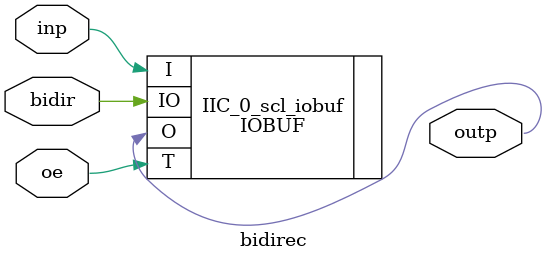
<source format=v>
/**
 * nexys7fpga.v - Implements the top level module for the ECE 544 Getting Started project
 *
 * @author		Roy Kravitz (roy.kravitz@pdx.edu)
 * @date		14-December 2022
 *
 * This is the top-level model for the ECE 544 Getting Started project.  It can be used as a model
 * for creating top-level models for other ECE 544 projects and your own design project.
 *
 * Instantiates the embedded system and connects the ports from the embedded system to ports/pins on the NexysA7 (or
 * Nexys4 DDR board).  Routes GPIO4 to the Control Register for the 3-channel rgb PWM generator.  Also brings the
 * PWM clock and PWM outputs from the PWM generator to JA (one of the Pmod headers on the NexysA7 board). 
 */
`timescale 1 ps / 1 ps

module nexysa7fpga
(
    sw,
    btnC,
    btnU,
    btnR,
    btnL,
    btnD,
    btnCpuReset,
    led,
    RGB1_Blue,
    RGB1_Green,
    RGB1_Red,
    RGB2_Blue,
    RGB2_Green,
    RGB2_Red,
    clk,
    seg,
    an,
    dp,
//    JC_0,
//    JC_1,
    usb_uart_rxd,
    usb_uart_txd,
   sclk_io,
   sda_io
 );
  inout sclk_io;
  inout sda_io;
  input [15:0] sw;
  input btnC, btnU, btnR, btnL, btnD;
  input btnCpuReset;
  output [15:0]led;
  output RGB1_Blue;
  output RGB1_Green;
  output RGB1_Red;
  output RGB2_Blue;
  output RGB2_Green;
  output RGB2_Red;
  input clk; 
  output [6:0] seg;
  output [7:0] an;
  output dp;
//  inout  JC_0;
//  inout JC_1;
  input usb_uart_rxd;
  output usb_uart_txd;
  wire [15:0] sw;
  wire [4:0]  push_buttons_5bits_tri_i;     // {btnD, btnR, btnL, btnU, btnC}
  wire [15:0] led;
  wire btnCpuReset;
  wire RGB1_Blue;
  wire RGB1_Green;
  wire RGB1_Red;
  wire RGB2_Blue;
  wire RGB2_Green;
  wire RGB2_Red;
  wire [7:0]an;
  wire btnC;
  wire btnD;
  wire btnL;
  wire btnR;
  wire btnU;
  wire clkPWM;
  wire dp;
  wire clk;
  wire sda_io;
  wire sda_i;
  wire sda_o;
  wire sda_t;
  wire sclk_io;
  wire sclk_i;
  wire sclk_o;
  wire sclk_t;
  wire IIC_0_scl_i;
  wire IIC_0_scl_io;
  wire IIC_0_scl_o;
  wire IIC_0_scl_t;
  wire IIC_0_sda_i;
  wire IIC_0_sda_io;
  wire IIC_0_sda_o;
  wire IIC_0_sda_t;
  wire  JC_0;
  wire JC_1;
 /*
  IOBUF #(
   .DRIVE(16), // Specify the output drive strength
   .IOSTANDARD("LVCMOS33")
 
)IIC_0_scl_iobuf
       (.I(IIC_0_scl_o),
        .IO(sclk_io),
        .O(IIC_0_scl_i),
        .T(IIC_0_scl_t));
  IOBUF #(
   .DRIVE(16), // Specify the output drive strength
    .IOSTANDARD("LVCMOS33")
)IIC_0_sda_iobuf
       (.I(IIC_0_sda_o),
        .IO(sda_io),
        .O(IIC_0_sda_i),
        .T(IIC_0_sda_t)); 
       */
       
        /*
bidirec iic_scl  (.oe(IIC_0_scl_t ), .inp(IIC_0_scl_o ), .outp(IIC_0_scl_i ), .bidir(sclk_io ));
bidirec iic_sda  (.oe(IIC_0_sda_t ), .inp(IIC_0_sda_o ), .outp(IIC_0_sda_i ), .bidir(sda_io ));
   */
   // instantiate the embedded system  
   inclinometer embsys_i
    (
        .RGB2_Blue(RGB2_Blue),
        .RGB2_Green(RGB2_Green),
        .RGB2_Red(RGB2_Red),
        .RGB1_Blue(RGB1_Blue),
        .RGB1_Green(RGB1_Green),
        .RGB1_Red(RGB1_Red),
        .seg(seg),
        .an(an),
        .btnC(btnC),
        .btnD(btnD),
        .btnL(btnL),
        .btnR(btnR),
        .btnU(btnU),
        .dp_0(dp),/*
        .IIC_0_scl_i(IIC_0_scl_i),
        .IIC_0_scl_o(IIC_0_scl_o),
        .IIC_0_scl_t(IIC_0_scl_t),
        .IIC_0_sda_i(IIC_0_sda_i),
        .IIC_0_sda_o(IIC_0_sda_o),
        .IIC_0_sda_t(IIC_0_sda_t),
        .JC_0(JC_0),
        .JC_1(JC_1),*/
        .sda_io(sda_io),
        .sclk_io(sclk_io),
        .led(led),
        .sw(sw),
        .resetn(1'b1),
        .sys_clock(clk),
        .usb_uart_rxd(usb_uart_rxd),
        .usb_uart_txd(usb_uart_txd));
endmodule

// GPIO Extended
module bidirec (input wire oe, input wire inp, output wire outp, inout wire bidir);

/*
assign bidir = oe ? inp : 1'bZ ;
assign outp  = bidir;
*/

IOBUF #(
   .DRIVE(16), // Specify the output drive strength
   .IOSTANDARD("LVCMOS33")
 
)IIC_0_scl_iobuf
       (.I(inp),
        .IO(bidir),
        .O(outp),
        .T(oe));
endmodule
</source>
